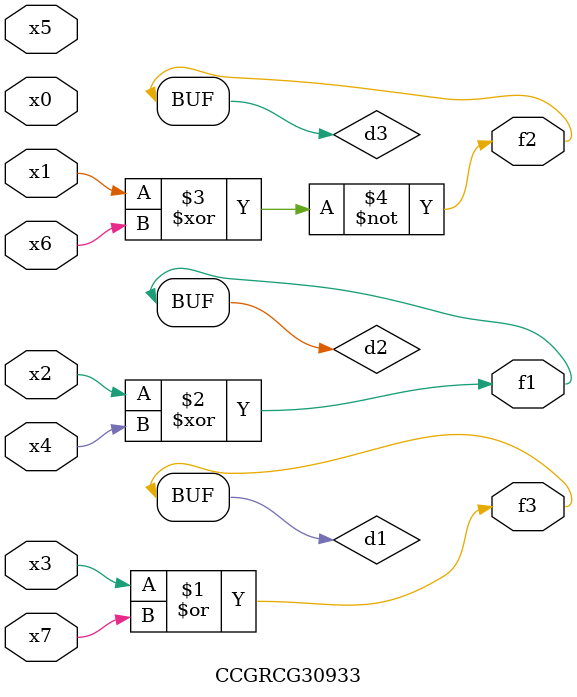
<source format=v>
module CCGRCG30933(
	input x0, x1, x2, x3, x4, x5, x6, x7,
	output f1, f2, f3
);

	wire d1, d2, d3;

	or (d1, x3, x7);
	xor (d2, x2, x4);
	xnor (d3, x1, x6);
	assign f1 = d2;
	assign f2 = d3;
	assign f3 = d1;
endmodule

</source>
